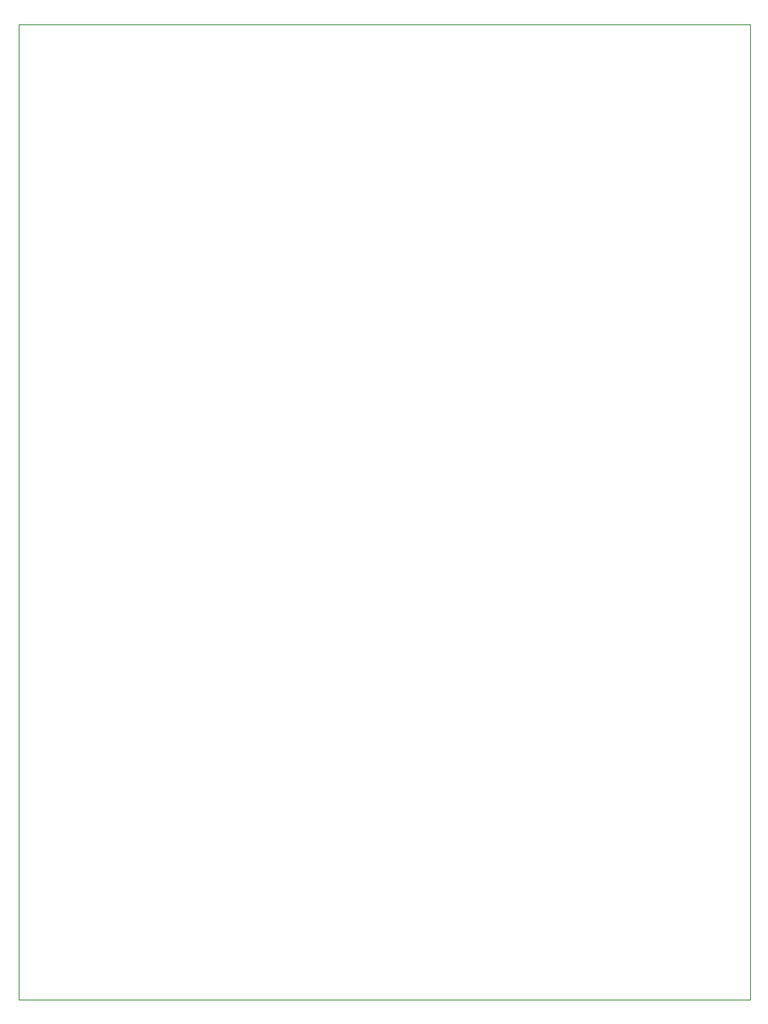
<source format=gbr>
G04*
G04 #@! TF.GenerationSoftware,Altium Limited,Altium Designer,23.2.1 (34)*
G04*
G04 Layer_Color=0*
%FSLAX44Y44*%
%MOMM*%
G71*
G04*
G04 #@! TF.SameCoordinates,EBB66B4E-3AAD-41E4-A5C9-C65D96049EEA*
G04*
G04*
G04 #@! TF.FilePolarity,Positive*
G04*
G01*
G75*
%ADD89C,0.0254*%
D89*
X12700D02*
X774700D01*
Y1016000D01*
X12700D01*
Y0D01*
M02*

</source>
